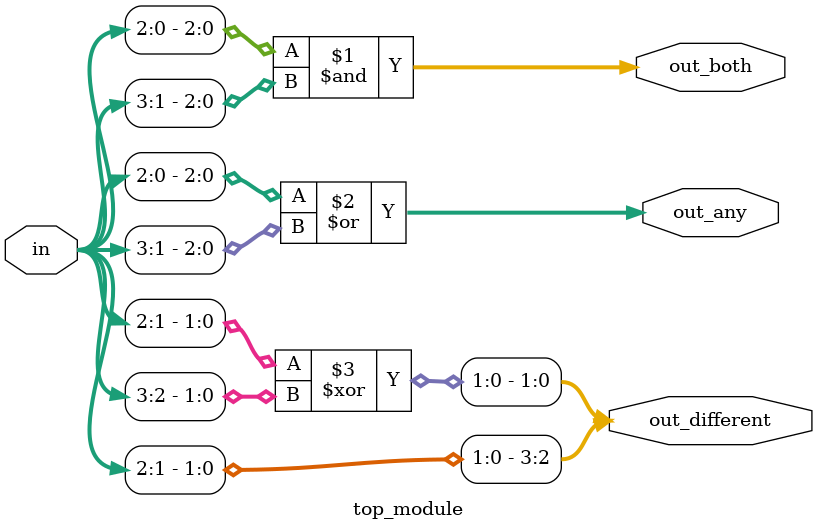
<source format=sv>
module top_module (
	input [3:0] in,
	output [2:0] out_both,
	output [3:1] out_any,
	output [3:0] out_different
);

	assign out_both = in[2:0] & in[3:1];
	assign out_any = in[2:0] | in[3:1];
	assign out_different = {in[3:1], in[2:1] ^ in[3:2]};

endmodule

</source>
